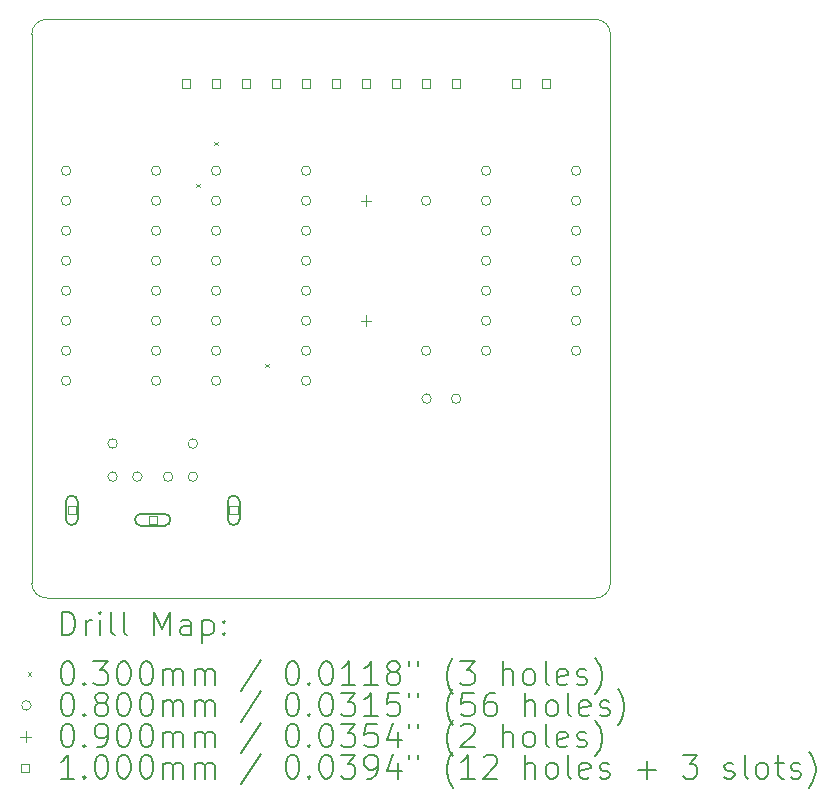
<source format=gbr>
%TF.GenerationSoftware,KiCad,Pcbnew,7.0.6*%
%TF.CreationDate,2023-07-08T15:34:52+08:00*%
%TF.ProjectId,KeyboardInterface,4b657962-6f61-4726-9449-6e7465726661,rev?*%
%TF.SameCoordinates,Original*%
%TF.FileFunction,Drillmap*%
%TF.FilePolarity,Positive*%
%FSLAX45Y45*%
G04 Gerber Fmt 4.5, Leading zero omitted, Abs format (unit mm)*
G04 Created by KiCad (PCBNEW 7.0.6) date 2023-07-08 15:34:52*
%MOMM*%
%LPD*%
G01*
G04 APERTURE LIST*
%ADD10C,0.100000*%
%ADD11C,0.200000*%
%ADD12C,0.030000*%
%ADD13C,0.080000*%
%ADD14C,0.090000*%
G04 APERTURE END LIST*
D10*
X7455803Y-9943197D02*
X12102197Y-9943197D01*
X12102197Y-9943197D02*
G75*
G03*
X12229197Y-9816197I3J126997D01*
G01*
X7328803Y-9816197D02*
G75*
G03*
X7455803Y-9943197I126997J-3D01*
G01*
X12229197Y-5169803D02*
G75*
G03*
X12102197Y-5042803I-126997J3D01*
G01*
X12102197Y-5042803D02*
X7455803Y-5042803D01*
X7455803Y-5042803D02*
G75*
G03*
X7328803Y-5169803I-3J-126997D01*
G01*
X12229197Y-9816197D02*
X12229197Y-5169803D01*
X7328803Y-5169803D02*
X7328803Y-9816197D01*
D11*
D12*
X8722600Y-6436600D02*
X8752600Y-6466600D01*
X8752600Y-6436600D02*
X8722600Y-6466600D01*
X8875000Y-6081000D02*
X8905000Y-6111000D01*
X8905000Y-6081000D02*
X8875000Y-6111000D01*
X9306800Y-7960600D02*
X9336800Y-7990600D01*
X9336800Y-7960600D02*
X9306800Y-7990600D01*
D13*
X7660000Y-6324600D02*
G75*
G03*
X7660000Y-6324600I-40000J0D01*
G01*
X7660000Y-6578600D02*
G75*
G03*
X7660000Y-6578600I-40000J0D01*
G01*
X7660000Y-6832600D02*
G75*
G03*
X7660000Y-6832600I-40000J0D01*
G01*
X7660000Y-7086600D02*
G75*
G03*
X7660000Y-7086600I-40000J0D01*
G01*
X7660000Y-7340600D02*
G75*
G03*
X7660000Y-7340600I-40000J0D01*
G01*
X7660000Y-7594600D02*
G75*
G03*
X7660000Y-7594600I-40000J0D01*
G01*
X7660000Y-7848600D02*
G75*
G03*
X7660000Y-7848600I-40000J0D01*
G01*
X7660000Y-8102600D02*
G75*
G03*
X7660000Y-8102600I-40000J0D01*
G01*
X8053600Y-8635400D02*
G75*
G03*
X8053600Y-8635400I-40000J0D01*
G01*
X8053600Y-8915400D02*
G75*
G03*
X8053600Y-8915400I-40000J0D01*
G01*
X8263600Y-8915400D02*
G75*
G03*
X8263600Y-8915400I-40000J0D01*
G01*
X8422000Y-6324600D02*
G75*
G03*
X8422000Y-6324600I-40000J0D01*
G01*
X8422000Y-6578600D02*
G75*
G03*
X8422000Y-6578600I-40000J0D01*
G01*
X8422000Y-6832600D02*
G75*
G03*
X8422000Y-6832600I-40000J0D01*
G01*
X8422000Y-7086600D02*
G75*
G03*
X8422000Y-7086600I-40000J0D01*
G01*
X8422000Y-7340600D02*
G75*
G03*
X8422000Y-7340600I-40000J0D01*
G01*
X8422000Y-7594600D02*
G75*
G03*
X8422000Y-7594600I-40000J0D01*
G01*
X8422000Y-7848600D02*
G75*
G03*
X8422000Y-7848600I-40000J0D01*
G01*
X8422000Y-8102600D02*
G75*
G03*
X8422000Y-8102600I-40000J0D01*
G01*
X8523600Y-8915400D02*
G75*
G03*
X8523600Y-8915400I-40000J0D01*
G01*
X8733600Y-8635400D02*
G75*
G03*
X8733600Y-8635400I-40000J0D01*
G01*
X8733600Y-8915400D02*
G75*
G03*
X8733600Y-8915400I-40000J0D01*
G01*
X8930000Y-6324600D02*
G75*
G03*
X8930000Y-6324600I-40000J0D01*
G01*
X8930000Y-6578600D02*
G75*
G03*
X8930000Y-6578600I-40000J0D01*
G01*
X8930000Y-6832600D02*
G75*
G03*
X8930000Y-6832600I-40000J0D01*
G01*
X8930000Y-7086600D02*
G75*
G03*
X8930000Y-7086600I-40000J0D01*
G01*
X8930000Y-7340600D02*
G75*
G03*
X8930000Y-7340600I-40000J0D01*
G01*
X8930000Y-7594600D02*
G75*
G03*
X8930000Y-7594600I-40000J0D01*
G01*
X8930000Y-7848600D02*
G75*
G03*
X8930000Y-7848600I-40000J0D01*
G01*
X8930000Y-8102600D02*
G75*
G03*
X8930000Y-8102600I-40000J0D01*
G01*
X9692000Y-6324600D02*
G75*
G03*
X9692000Y-6324600I-40000J0D01*
G01*
X9692000Y-6578600D02*
G75*
G03*
X9692000Y-6578600I-40000J0D01*
G01*
X9692000Y-6832600D02*
G75*
G03*
X9692000Y-6832600I-40000J0D01*
G01*
X9692000Y-7086600D02*
G75*
G03*
X9692000Y-7086600I-40000J0D01*
G01*
X9692000Y-7340600D02*
G75*
G03*
X9692000Y-7340600I-40000J0D01*
G01*
X9692000Y-7594600D02*
G75*
G03*
X9692000Y-7594600I-40000J0D01*
G01*
X9692000Y-7848600D02*
G75*
G03*
X9692000Y-7848600I-40000J0D01*
G01*
X9692000Y-8102600D02*
G75*
G03*
X9692000Y-8102600I-40000J0D01*
G01*
X10708000Y-6578600D02*
G75*
G03*
X10708000Y-6578600I-40000J0D01*
G01*
X10708000Y-7848600D02*
G75*
G03*
X10708000Y-7848600I-40000J0D01*
G01*
X10712000Y-8255000D02*
G75*
G03*
X10712000Y-8255000I-40000J0D01*
G01*
X10962000Y-8255000D02*
G75*
G03*
X10962000Y-8255000I-40000J0D01*
G01*
X11216000Y-6324600D02*
G75*
G03*
X11216000Y-6324600I-40000J0D01*
G01*
X11216000Y-6578600D02*
G75*
G03*
X11216000Y-6578600I-40000J0D01*
G01*
X11216000Y-6832600D02*
G75*
G03*
X11216000Y-6832600I-40000J0D01*
G01*
X11216000Y-7086600D02*
G75*
G03*
X11216000Y-7086600I-40000J0D01*
G01*
X11216000Y-7340600D02*
G75*
G03*
X11216000Y-7340600I-40000J0D01*
G01*
X11216000Y-7594600D02*
G75*
G03*
X11216000Y-7594600I-40000J0D01*
G01*
X11216000Y-7848600D02*
G75*
G03*
X11216000Y-7848600I-40000J0D01*
G01*
X11978000Y-6324600D02*
G75*
G03*
X11978000Y-6324600I-40000J0D01*
G01*
X11978000Y-6578600D02*
G75*
G03*
X11978000Y-6578600I-40000J0D01*
G01*
X11978000Y-6832600D02*
G75*
G03*
X11978000Y-6832600I-40000J0D01*
G01*
X11978000Y-7086600D02*
G75*
G03*
X11978000Y-7086600I-40000J0D01*
G01*
X11978000Y-7340600D02*
G75*
G03*
X11978000Y-7340600I-40000J0D01*
G01*
X11978000Y-7594600D02*
G75*
G03*
X11978000Y-7594600I-40000J0D01*
G01*
X11978000Y-7848600D02*
G75*
G03*
X11978000Y-7848600I-40000J0D01*
G01*
D14*
X10160000Y-6533600D02*
X10160000Y-6623600D01*
X10115000Y-6578600D02*
X10205000Y-6578600D01*
X10160000Y-7549600D02*
X10160000Y-7639600D01*
X10115000Y-7594600D02*
X10205000Y-7594600D01*
D10*
X7703956Y-9235756D02*
X7703956Y-9165044D01*
X7633244Y-9165044D01*
X7633244Y-9235756D01*
X7703956Y-9235756D01*
D11*
X7618600Y-9125400D02*
X7618600Y-9275400D01*
X7618600Y-9275400D02*
G75*
G03*
X7718600Y-9275400I50000J0D01*
G01*
X7718600Y-9275400D02*
X7718600Y-9125400D01*
X7718600Y-9125400D02*
G75*
G03*
X7618600Y-9125400I-50000J0D01*
G01*
D10*
X8388956Y-9315756D02*
X8388956Y-9245044D01*
X8318244Y-9245044D01*
X8318244Y-9315756D01*
X8388956Y-9315756D01*
D11*
X8253600Y-9330400D02*
X8453600Y-9330400D01*
X8453600Y-9330400D02*
G75*
G03*
X8453600Y-9230400I0J50000D01*
G01*
X8453600Y-9230400D02*
X8253600Y-9230400D01*
X8253600Y-9230400D02*
G75*
G03*
X8253600Y-9330400I0J-50000D01*
G01*
D10*
X8671356Y-5623356D02*
X8671356Y-5552644D01*
X8600644Y-5552644D01*
X8600644Y-5623356D01*
X8671356Y-5623356D01*
X8925356Y-5623356D02*
X8925356Y-5552644D01*
X8854644Y-5552644D01*
X8854644Y-5623356D01*
X8925356Y-5623356D01*
X9073956Y-9235756D02*
X9073956Y-9165044D01*
X9003244Y-9165044D01*
X9003244Y-9235756D01*
X9073956Y-9235756D01*
D11*
X8988600Y-9125400D02*
X8988600Y-9275400D01*
X8988600Y-9275400D02*
G75*
G03*
X9088600Y-9275400I50000J0D01*
G01*
X9088600Y-9275400D02*
X9088600Y-9125400D01*
X9088600Y-9125400D02*
G75*
G03*
X8988600Y-9125400I-50000J0D01*
G01*
D10*
X9179356Y-5623356D02*
X9179356Y-5552644D01*
X9108644Y-5552644D01*
X9108644Y-5623356D01*
X9179356Y-5623356D01*
X9433356Y-5623356D02*
X9433356Y-5552644D01*
X9362644Y-5552644D01*
X9362644Y-5623356D01*
X9433356Y-5623356D01*
X9687356Y-5623356D02*
X9687356Y-5552644D01*
X9616644Y-5552644D01*
X9616644Y-5623356D01*
X9687356Y-5623356D01*
X9941356Y-5623356D02*
X9941356Y-5552644D01*
X9870644Y-5552644D01*
X9870644Y-5623356D01*
X9941356Y-5623356D01*
X10195356Y-5623356D02*
X10195356Y-5552644D01*
X10124644Y-5552644D01*
X10124644Y-5623356D01*
X10195356Y-5623356D01*
X10449356Y-5623356D02*
X10449356Y-5552644D01*
X10378644Y-5552644D01*
X10378644Y-5623356D01*
X10449356Y-5623356D01*
X10703356Y-5623356D02*
X10703356Y-5552644D01*
X10632644Y-5552644D01*
X10632644Y-5623356D01*
X10703356Y-5623356D01*
X10957356Y-5623356D02*
X10957356Y-5552644D01*
X10886644Y-5552644D01*
X10886644Y-5623356D01*
X10957356Y-5623356D01*
X11465356Y-5623356D02*
X11465356Y-5552644D01*
X11394644Y-5552644D01*
X11394644Y-5623356D01*
X11465356Y-5623356D01*
X11719356Y-5623356D02*
X11719356Y-5552644D01*
X11648644Y-5552644D01*
X11648644Y-5623356D01*
X11719356Y-5623356D01*
D11*
X7584579Y-10259681D02*
X7584579Y-10059681D01*
X7584579Y-10059681D02*
X7632198Y-10059681D01*
X7632198Y-10059681D02*
X7660770Y-10069205D01*
X7660770Y-10069205D02*
X7679817Y-10088253D01*
X7679817Y-10088253D02*
X7689341Y-10107300D01*
X7689341Y-10107300D02*
X7698865Y-10145395D01*
X7698865Y-10145395D02*
X7698865Y-10173967D01*
X7698865Y-10173967D02*
X7689341Y-10212062D01*
X7689341Y-10212062D02*
X7679817Y-10231110D01*
X7679817Y-10231110D02*
X7660770Y-10250157D01*
X7660770Y-10250157D02*
X7632198Y-10259681D01*
X7632198Y-10259681D02*
X7584579Y-10259681D01*
X7784579Y-10259681D02*
X7784579Y-10126348D01*
X7784579Y-10164443D02*
X7794103Y-10145395D01*
X7794103Y-10145395D02*
X7803627Y-10135872D01*
X7803627Y-10135872D02*
X7822675Y-10126348D01*
X7822675Y-10126348D02*
X7841722Y-10126348D01*
X7908389Y-10259681D02*
X7908389Y-10126348D01*
X7908389Y-10059681D02*
X7898865Y-10069205D01*
X7898865Y-10069205D02*
X7908389Y-10078729D01*
X7908389Y-10078729D02*
X7917913Y-10069205D01*
X7917913Y-10069205D02*
X7908389Y-10059681D01*
X7908389Y-10059681D02*
X7908389Y-10078729D01*
X8032198Y-10259681D02*
X8013151Y-10250157D01*
X8013151Y-10250157D02*
X8003627Y-10231110D01*
X8003627Y-10231110D02*
X8003627Y-10059681D01*
X8136960Y-10259681D02*
X8117913Y-10250157D01*
X8117913Y-10250157D02*
X8108389Y-10231110D01*
X8108389Y-10231110D02*
X8108389Y-10059681D01*
X8365532Y-10259681D02*
X8365532Y-10059681D01*
X8365532Y-10059681D02*
X8432199Y-10202538D01*
X8432199Y-10202538D02*
X8498865Y-10059681D01*
X8498865Y-10059681D02*
X8498865Y-10259681D01*
X8679818Y-10259681D02*
X8679818Y-10154919D01*
X8679818Y-10154919D02*
X8670294Y-10135872D01*
X8670294Y-10135872D02*
X8651246Y-10126348D01*
X8651246Y-10126348D02*
X8613151Y-10126348D01*
X8613151Y-10126348D02*
X8594103Y-10135872D01*
X8679818Y-10250157D02*
X8660770Y-10259681D01*
X8660770Y-10259681D02*
X8613151Y-10259681D01*
X8613151Y-10259681D02*
X8594103Y-10250157D01*
X8594103Y-10250157D02*
X8584579Y-10231110D01*
X8584579Y-10231110D02*
X8584579Y-10212062D01*
X8584579Y-10212062D02*
X8594103Y-10193015D01*
X8594103Y-10193015D02*
X8613151Y-10183491D01*
X8613151Y-10183491D02*
X8660770Y-10183491D01*
X8660770Y-10183491D02*
X8679818Y-10173967D01*
X8775056Y-10126348D02*
X8775056Y-10326348D01*
X8775056Y-10135872D02*
X8794103Y-10126348D01*
X8794103Y-10126348D02*
X8832199Y-10126348D01*
X8832199Y-10126348D02*
X8851246Y-10135872D01*
X8851246Y-10135872D02*
X8860770Y-10145395D01*
X8860770Y-10145395D02*
X8870294Y-10164443D01*
X8870294Y-10164443D02*
X8870294Y-10221586D01*
X8870294Y-10221586D02*
X8860770Y-10240634D01*
X8860770Y-10240634D02*
X8851246Y-10250157D01*
X8851246Y-10250157D02*
X8832199Y-10259681D01*
X8832199Y-10259681D02*
X8794103Y-10259681D01*
X8794103Y-10259681D02*
X8775056Y-10250157D01*
X8956008Y-10240634D02*
X8965532Y-10250157D01*
X8965532Y-10250157D02*
X8956008Y-10259681D01*
X8956008Y-10259681D02*
X8946484Y-10250157D01*
X8946484Y-10250157D02*
X8956008Y-10240634D01*
X8956008Y-10240634D02*
X8956008Y-10259681D01*
X8956008Y-10135872D02*
X8965532Y-10145395D01*
X8965532Y-10145395D02*
X8956008Y-10154919D01*
X8956008Y-10154919D02*
X8946484Y-10145395D01*
X8946484Y-10145395D02*
X8956008Y-10135872D01*
X8956008Y-10135872D02*
X8956008Y-10154919D01*
D12*
X7293803Y-10573197D02*
X7323803Y-10603197D01*
X7323803Y-10573197D02*
X7293803Y-10603197D01*
D11*
X7622675Y-10479681D02*
X7641722Y-10479681D01*
X7641722Y-10479681D02*
X7660770Y-10489205D01*
X7660770Y-10489205D02*
X7670294Y-10498729D01*
X7670294Y-10498729D02*
X7679817Y-10517776D01*
X7679817Y-10517776D02*
X7689341Y-10555872D01*
X7689341Y-10555872D02*
X7689341Y-10603491D01*
X7689341Y-10603491D02*
X7679817Y-10641586D01*
X7679817Y-10641586D02*
X7670294Y-10660634D01*
X7670294Y-10660634D02*
X7660770Y-10670157D01*
X7660770Y-10670157D02*
X7641722Y-10679681D01*
X7641722Y-10679681D02*
X7622675Y-10679681D01*
X7622675Y-10679681D02*
X7603627Y-10670157D01*
X7603627Y-10670157D02*
X7594103Y-10660634D01*
X7594103Y-10660634D02*
X7584579Y-10641586D01*
X7584579Y-10641586D02*
X7575056Y-10603491D01*
X7575056Y-10603491D02*
X7575056Y-10555872D01*
X7575056Y-10555872D02*
X7584579Y-10517776D01*
X7584579Y-10517776D02*
X7594103Y-10498729D01*
X7594103Y-10498729D02*
X7603627Y-10489205D01*
X7603627Y-10489205D02*
X7622675Y-10479681D01*
X7775056Y-10660634D02*
X7784579Y-10670157D01*
X7784579Y-10670157D02*
X7775056Y-10679681D01*
X7775056Y-10679681D02*
X7765532Y-10670157D01*
X7765532Y-10670157D02*
X7775056Y-10660634D01*
X7775056Y-10660634D02*
X7775056Y-10679681D01*
X7851246Y-10479681D02*
X7975056Y-10479681D01*
X7975056Y-10479681D02*
X7908389Y-10555872D01*
X7908389Y-10555872D02*
X7936960Y-10555872D01*
X7936960Y-10555872D02*
X7956008Y-10565395D01*
X7956008Y-10565395D02*
X7965532Y-10574919D01*
X7965532Y-10574919D02*
X7975056Y-10593967D01*
X7975056Y-10593967D02*
X7975056Y-10641586D01*
X7975056Y-10641586D02*
X7965532Y-10660634D01*
X7965532Y-10660634D02*
X7956008Y-10670157D01*
X7956008Y-10670157D02*
X7936960Y-10679681D01*
X7936960Y-10679681D02*
X7879817Y-10679681D01*
X7879817Y-10679681D02*
X7860770Y-10670157D01*
X7860770Y-10670157D02*
X7851246Y-10660634D01*
X8098865Y-10479681D02*
X8117913Y-10479681D01*
X8117913Y-10479681D02*
X8136960Y-10489205D01*
X8136960Y-10489205D02*
X8146484Y-10498729D01*
X8146484Y-10498729D02*
X8156008Y-10517776D01*
X8156008Y-10517776D02*
X8165532Y-10555872D01*
X8165532Y-10555872D02*
X8165532Y-10603491D01*
X8165532Y-10603491D02*
X8156008Y-10641586D01*
X8156008Y-10641586D02*
X8146484Y-10660634D01*
X8146484Y-10660634D02*
X8136960Y-10670157D01*
X8136960Y-10670157D02*
X8117913Y-10679681D01*
X8117913Y-10679681D02*
X8098865Y-10679681D01*
X8098865Y-10679681D02*
X8079817Y-10670157D01*
X8079817Y-10670157D02*
X8070294Y-10660634D01*
X8070294Y-10660634D02*
X8060770Y-10641586D01*
X8060770Y-10641586D02*
X8051246Y-10603491D01*
X8051246Y-10603491D02*
X8051246Y-10555872D01*
X8051246Y-10555872D02*
X8060770Y-10517776D01*
X8060770Y-10517776D02*
X8070294Y-10498729D01*
X8070294Y-10498729D02*
X8079817Y-10489205D01*
X8079817Y-10489205D02*
X8098865Y-10479681D01*
X8289341Y-10479681D02*
X8308389Y-10479681D01*
X8308389Y-10479681D02*
X8327437Y-10489205D01*
X8327437Y-10489205D02*
X8336960Y-10498729D01*
X8336960Y-10498729D02*
X8346484Y-10517776D01*
X8346484Y-10517776D02*
X8356008Y-10555872D01*
X8356008Y-10555872D02*
X8356008Y-10603491D01*
X8356008Y-10603491D02*
X8346484Y-10641586D01*
X8346484Y-10641586D02*
X8336960Y-10660634D01*
X8336960Y-10660634D02*
X8327437Y-10670157D01*
X8327437Y-10670157D02*
X8308389Y-10679681D01*
X8308389Y-10679681D02*
X8289341Y-10679681D01*
X8289341Y-10679681D02*
X8270294Y-10670157D01*
X8270294Y-10670157D02*
X8260770Y-10660634D01*
X8260770Y-10660634D02*
X8251246Y-10641586D01*
X8251246Y-10641586D02*
X8241722Y-10603491D01*
X8241722Y-10603491D02*
X8241722Y-10555872D01*
X8241722Y-10555872D02*
X8251246Y-10517776D01*
X8251246Y-10517776D02*
X8260770Y-10498729D01*
X8260770Y-10498729D02*
X8270294Y-10489205D01*
X8270294Y-10489205D02*
X8289341Y-10479681D01*
X8441722Y-10679681D02*
X8441722Y-10546348D01*
X8441722Y-10565395D02*
X8451246Y-10555872D01*
X8451246Y-10555872D02*
X8470294Y-10546348D01*
X8470294Y-10546348D02*
X8498865Y-10546348D01*
X8498865Y-10546348D02*
X8517913Y-10555872D01*
X8517913Y-10555872D02*
X8527437Y-10574919D01*
X8527437Y-10574919D02*
X8527437Y-10679681D01*
X8527437Y-10574919D02*
X8536960Y-10555872D01*
X8536960Y-10555872D02*
X8556008Y-10546348D01*
X8556008Y-10546348D02*
X8584579Y-10546348D01*
X8584579Y-10546348D02*
X8603627Y-10555872D01*
X8603627Y-10555872D02*
X8613151Y-10574919D01*
X8613151Y-10574919D02*
X8613151Y-10679681D01*
X8708389Y-10679681D02*
X8708389Y-10546348D01*
X8708389Y-10565395D02*
X8717913Y-10555872D01*
X8717913Y-10555872D02*
X8736960Y-10546348D01*
X8736960Y-10546348D02*
X8765532Y-10546348D01*
X8765532Y-10546348D02*
X8784580Y-10555872D01*
X8784580Y-10555872D02*
X8794103Y-10574919D01*
X8794103Y-10574919D02*
X8794103Y-10679681D01*
X8794103Y-10574919D02*
X8803627Y-10555872D01*
X8803627Y-10555872D02*
X8822675Y-10546348D01*
X8822675Y-10546348D02*
X8851246Y-10546348D01*
X8851246Y-10546348D02*
X8870294Y-10555872D01*
X8870294Y-10555872D02*
X8879818Y-10574919D01*
X8879818Y-10574919D02*
X8879818Y-10679681D01*
X9270294Y-10470157D02*
X9098865Y-10727300D01*
X9527437Y-10479681D02*
X9546484Y-10479681D01*
X9546484Y-10479681D02*
X9565532Y-10489205D01*
X9565532Y-10489205D02*
X9575056Y-10498729D01*
X9575056Y-10498729D02*
X9584580Y-10517776D01*
X9584580Y-10517776D02*
X9594103Y-10555872D01*
X9594103Y-10555872D02*
X9594103Y-10603491D01*
X9594103Y-10603491D02*
X9584580Y-10641586D01*
X9584580Y-10641586D02*
X9575056Y-10660634D01*
X9575056Y-10660634D02*
X9565532Y-10670157D01*
X9565532Y-10670157D02*
X9546484Y-10679681D01*
X9546484Y-10679681D02*
X9527437Y-10679681D01*
X9527437Y-10679681D02*
X9508389Y-10670157D01*
X9508389Y-10670157D02*
X9498865Y-10660634D01*
X9498865Y-10660634D02*
X9489342Y-10641586D01*
X9489342Y-10641586D02*
X9479818Y-10603491D01*
X9479818Y-10603491D02*
X9479818Y-10555872D01*
X9479818Y-10555872D02*
X9489342Y-10517776D01*
X9489342Y-10517776D02*
X9498865Y-10498729D01*
X9498865Y-10498729D02*
X9508389Y-10489205D01*
X9508389Y-10489205D02*
X9527437Y-10479681D01*
X9679818Y-10660634D02*
X9689342Y-10670157D01*
X9689342Y-10670157D02*
X9679818Y-10679681D01*
X9679818Y-10679681D02*
X9670294Y-10670157D01*
X9670294Y-10670157D02*
X9679818Y-10660634D01*
X9679818Y-10660634D02*
X9679818Y-10679681D01*
X9813151Y-10479681D02*
X9832199Y-10479681D01*
X9832199Y-10479681D02*
X9851246Y-10489205D01*
X9851246Y-10489205D02*
X9860770Y-10498729D01*
X9860770Y-10498729D02*
X9870294Y-10517776D01*
X9870294Y-10517776D02*
X9879818Y-10555872D01*
X9879818Y-10555872D02*
X9879818Y-10603491D01*
X9879818Y-10603491D02*
X9870294Y-10641586D01*
X9870294Y-10641586D02*
X9860770Y-10660634D01*
X9860770Y-10660634D02*
X9851246Y-10670157D01*
X9851246Y-10670157D02*
X9832199Y-10679681D01*
X9832199Y-10679681D02*
X9813151Y-10679681D01*
X9813151Y-10679681D02*
X9794103Y-10670157D01*
X9794103Y-10670157D02*
X9784580Y-10660634D01*
X9784580Y-10660634D02*
X9775056Y-10641586D01*
X9775056Y-10641586D02*
X9765532Y-10603491D01*
X9765532Y-10603491D02*
X9765532Y-10555872D01*
X9765532Y-10555872D02*
X9775056Y-10517776D01*
X9775056Y-10517776D02*
X9784580Y-10498729D01*
X9784580Y-10498729D02*
X9794103Y-10489205D01*
X9794103Y-10489205D02*
X9813151Y-10479681D01*
X10070294Y-10679681D02*
X9956008Y-10679681D01*
X10013151Y-10679681D02*
X10013151Y-10479681D01*
X10013151Y-10479681D02*
X9994103Y-10508253D01*
X9994103Y-10508253D02*
X9975056Y-10527300D01*
X9975056Y-10527300D02*
X9956008Y-10536824D01*
X10260770Y-10679681D02*
X10146484Y-10679681D01*
X10203627Y-10679681D02*
X10203627Y-10479681D01*
X10203627Y-10479681D02*
X10184580Y-10508253D01*
X10184580Y-10508253D02*
X10165532Y-10527300D01*
X10165532Y-10527300D02*
X10146484Y-10536824D01*
X10375056Y-10565395D02*
X10356008Y-10555872D01*
X10356008Y-10555872D02*
X10346484Y-10546348D01*
X10346484Y-10546348D02*
X10336961Y-10527300D01*
X10336961Y-10527300D02*
X10336961Y-10517776D01*
X10336961Y-10517776D02*
X10346484Y-10498729D01*
X10346484Y-10498729D02*
X10356008Y-10489205D01*
X10356008Y-10489205D02*
X10375056Y-10479681D01*
X10375056Y-10479681D02*
X10413151Y-10479681D01*
X10413151Y-10479681D02*
X10432199Y-10489205D01*
X10432199Y-10489205D02*
X10441723Y-10498729D01*
X10441723Y-10498729D02*
X10451246Y-10517776D01*
X10451246Y-10517776D02*
X10451246Y-10527300D01*
X10451246Y-10527300D02*
X10441723Y-10546348D01*
X10441723Y-10546348D02*
X10432199Y-10555872D01*
X10432199Y-10555872D02*
X10413151Y-10565395D01*
X10413151Y-10565395D02*
X10375056Y-10565395D01*
X10375056Y-10565395D02*
X10356008Y-10574919D01*
X10356008Y-10574919D02*
X10346484Y-10584443D01*
X10346484Y-10584443D02*
X10336961Y-10603491D01*
X10336961Y-10603491D02*
X10336961Y-10641586D01*
X10336961Y-10641586D02*
X10346484Y-10660634D01*
X10346484Y-10660634D02*
X10356008Y-10670157D01*
X10356008Y-10670157D02*
X10375056Y-10679681D01*
X10375056Y-10679681D02*
X10413151Y-10679681D01*
X10413151Y-10679681D02*
X10432199Y-10670157D01*
X10432199Y-10670157D02*
X10441723Y-10660634D01*
X10441723Y-10660634D02*
X10451246Y-10641586D01*
X10451246Y-10641586D02*
X10451246Y-10603491D01*
X10451246Y-10603491D02*
X10441723Y-10584443D01*
X10441723Y-10584443D02*
X10432199Y-10574919D01*
X10432199Y-10574919D02*
X10413151Y-10565395D01*
X10527437Y-10479681D02*
X10527437Y-10517776D01*
X10603627Y-10479681D02*
X10603627Y-10517776D01*
X10898866Y-10755872D02*
X10889342Y-10746348D01*
X10889342Y-10746348D02*
X10870294Y-10717776D01*
X10870294Y-10717776D02*
X10860770Y-10698729D01*
X10860770Y-10698729D02*
X10851246Y-10670157D01*
X10851246Y-10670157D02*
X10841723Y-10622538D01*
X10841723Y-10622538D02*
X10841723Y-10584443D01*
X10841723Y-10584443D02*
X10851246Y-10536824D01*
X10851246Y-10536824D02*
X10860770Y-10508253D01*
X10860770Y-10508253D02*
X10870294Y-10489205D01*
X10870294Y-10489205D02*
X10889342Y-10460634D01*
X10889342Y-10460634D02*
X10898866Y-10451110D01*
X10956008Y-10479681D02*
X11079818Y-10479681D01*
X11079818Y-10479681D02*
X11013151Y-10555872D01*
X11013151Y-10555872D02*
X11041723Y-10555872D01*
X11041723Y-10555872D02*
X11060770Y-10565395D01*
X11060770Y-10565395D02*
X11070294Y-10574919D01*
X11070294Y-10574919D02*
X11079818Y-10593967D01*
X11079818Y-10593967D02*
X11079818Y-10641586D01*
X11079818Y-10641586D02*
X11070294Y-10660634D01*
X11070294Y-10660634D02*
X11060770Y-10670157D01*
X11060770Y-10670157D02*
X11041723Y-10679681D01*
X11041723Y-10679681D02*
X10984580Y-10679681D01*
X10984580Y-10679681D02*
X10965532Y-10670157D01*
X10965532Y-10670157D02*
X10956008Y-10660634D01*
X11317913Y-10679681D02*
X11317913Y-10479681D01*
X11403627Y-10679681D02*
X11403627Y-10574919D01*
X11403627Y-10574919D02*
X11394104Y-10555872D01*
X11394104Y-10555872D02*
X11375056Y-10546348D01*
X11375056Y-10546348D02*
X11346484Y-10546348D01*
X11346484Y-10546348D02*
X11327437Y-10555872D01*
X11327437Y-10555872D02*
X11317913Y-10565395D01*
X11527437Y-10679681D02*
X11508389Y-10670157D01*
X11508389Y-10670157D02*
X11498865Y-10660634D01*
X11498865Y-10660634D02*
X11489342Y-10641586D01*
X11489342Y-10641586D02*
X11489342Y-10584443D01*
X11489342Y-10584443D02*
X11498865Y-10565395D01*
X11498865Y-10565395D02*
X11508389Y-10555872D01*
X11508389Y-10555872D02*
X11527437Y-10546348D01*
X11527437Y-10546348D02*
X11556008Y-10546348D01*
X11556008Y-10546348D02*
X11575056Y-10555872D01*
X11575056Y-10555872D02*
X11584580Y-10565395D01*
X11584580Y-10565395D02*
X11594104Y-10584443D01*
X11594104Y-10584443D02*
X11594104Y-10641586D01*
X11594104Y-10641586D02*
X11584580Y-10660634D01*
X11584580Y-10660634D02*
X11575056Y-10670157D01*
X11575056Y-10670157D02*
X11556008Y-10679681D01*
X11556008Y-10679681D02*
X11527437Y-10679681D01*
X11708389Y-10679681D02*
X11689342Y-10670157D01*
X11689342Y-10670157D02*
X11679818Y-10651110D01*
X11679818Y-10651110D02*
X11679818Y-10479681D01*
X11860770Y-10670157D02*
X11841723Y-10679681D01*
X11841723Y-10679681D02*
X11803627Y-10679681D01*
X11803627Y-10679681D02*
X11784580Y-10670157D01*
X11784580Y-10670157D02*
X11775056Y-10651110D01*
X11775056Y-10651110D02*
X11775056Y-10574919D01*
X11775056Y-10574919D02*
X11784580Y-10555872D01*
X11784580Y-10555872D02*
X11803627Y-10546348D01*
X11803627Y-10546348D02*
X11841723Y-10546348D01*
X11841723Y-10546348D02*
X11860770Y-10555872D01*
X11860770Y-10555872D02*
X11870294Y-10574919D01*
X11870294Y-10574919D02*
X11870294Y-10593967D01*
X11870294Y-10593967D02*
X11775056Y-10613015D01*
X11946485Y-10670157D02*
X11965532Y-10679681D01*
X11965532Y-10679681D02*
X12003627Y-10679681D01*
X12003627Y-10679681D02*
X12022675Y-10670157D01*
X12022675Y-10670157D02*
X12032199Y-10651110D01*
X12032199Y-10651110D02*
X12032199Y-10641586D01*
X12032199Y-10641586D02*
X12022675Y-10622538D01*
X12022675Y-10622538D02*
X12003627Y-10613015D01*
X12003627Y-10613015D02*
X11975056Y-10613015D01*
X11975056Y-10613015D02*
X11956008Y-10603491D01*
X11956008Y-10603491D02*
X11946485Y-10584443D01*
X11946485Y-10584443D02*
X11946485Y-10574919D01*
X11946485Y-10574919D02*
X11956008Y-10555872D01*
X11956008Y-10555872D02*
X11975056Y-10546348D01*
X11975056Y-10546348D02*
X12003627Y-10546348D01*
X12003627Y-10546348D02*
X12022675Y-10555872D01*
X12098866Y-10755872D02*
X12108389Y-10746348D01*
X12108389Y-10746348D02*
X12127437Y-10717776D01*
X12127437Y-10717776D02*
X12136961Y-10698729D01*
X12136961Y-10698729D02*
X12146485Y-10670157D01*
X12146485Y-10670157D02*
X12156008Y-10622538D01*
X12156008Y-10622538D02*
X12156008Y-10584443D01*
X12156008Y-10584443D02*
X12146485Y-10536824D01*
X12146485Y-10536824D02*
X12136961Y-10508253D01*
X12136961Y-10508253D02*
X12127437Y-10489205D01*
X12127437Y-10489205D02*
X12108389Y-10460634D01*
X12108389Y-10460634D02*
X12098866Y-10451110D01*
D13*
X7323803Y-10852197D02*
G75*
G03*
X7323803Y-10852197I-40000J0D01*
G01*
D11*
X7622675Y-10743681D02*
X7641722Y-10743681D01*
X7641722Y-10743681D02*
X7660770Y-10753205D01*
X7660770Y-10753205D02*
X7670294Y-10762729D01*
X7670294Y-10762729D02*
X7679817Y-10781776D01*
X7679817Y-10781776D02*
X7689341Y-10819872D01*
X7689341Y-10819872D02*
X7689341Y-10867491D01*
X7689341Y-10867491D02*
X7679817Y-10905586D01*
X7679817Y-10905586D02*
X7670294Y-10924634D01*
X7670294Y-10924634D02*
X7660770Y-10934157D01*
X7660770Y-10934157D02*
X7641722Y-10943681D01*
X7641722Y-10943681D02*
X7622675Y-10943681D01*
X7622675Y-10943681D02*
X7603627Y-10934157D01*
X7603627Y-10934157D02*
X7594103Y-10924634D01*
X7594103Y-10924634D02*
X7584579Y-10905586D01*
X7584579Y-10905586D02*
X7575056Y-10867491D01*
X7575056Y-10867491D02*
X7575056Y-10819872D01*
X7575056Y-10819872D02*
X7584579Y-10781776D01*
X7584579Y-10781776D02*
X7594103Y-10762729D01*
X7594103Y-10762729D02*
X7603627Y-10753205D01*
X7603627Y-10753205D02*
X7622675Y-10743681D01*
X7775056Y-10924634D02*
X7784579Y-10934157D01*
X7784579Y-10934157D02*
X7775056Y-10943681D01*
X7775056Y-10943681D02*
X7765532Y-10934157D01*
X7765532Y-10934157D02*
X7775056Y-10924634D01*
X7775056Y-10924634D02*
X7775056Y-10943681D01*
X7898865Y-10829395D02*
X7879817Y-10819872D01*
X7879817Y-10819872D02*
X7870294Y-10810348D01*
X7870294Y-10810348D02*
X7860770Y-10791300D01*
X7860770Y-10791300D02*
X7860770Y-10781776D01*
X7860770Y-10781776D02*
X7870294Y-10762729D01*
X7870294Y-10762729D02*
X7879817Y-10753205D01*
X7879817Y-10753205D02*
X7898865Y-10743681D01*
X7898865Y-10743681D02*
X7936960Y-10743681D01*
X7936960Y-10743681D02*
X7956008Y-10753205D01*
X7956008Y-10753205D02*
X7965532Y-10762729D01*
X7965532Y-10762729D02*
X7975056Y-10781776D01*
X7975056Y-10781776D02*
X7975056Y-10791300D01*
X7975056Y-10791300D02*
X7965532Y-10810348D01*
X7965532Y-10810348D02*
X7956008Y-10819872D01*
X7956008Y-10819872D02*
X7936960Y-10829395D01*
X7936960Y-10829395D02*
X7898865Y-10829395D01*
X7898865Y-10829395D02*
X7879817Y-10838919D01*
X7879817Y-10838919D02*
X7870294Y-10848443D01*
X7870294Y-10848443D02*
X7860770Y-10867491D01*
X7860770Y-10867491D02*
X7860770Y-10905586D01*
X7860770Y-10905586D02*
X7870294Y-10924634D01*
X7870294Y-10924634D02*
X7879817Y-10934157D01*
X7879817Y-10934157D02*
X7898865Y-10943681D01*
X7898865Y-10943681D02*
X7936960Y-10943681D01*
X7936960Y-10943681D02*
X7956008Y-10934157D01*
X7956008Y-10934157D02*
X7965532Y-10924634D01*
X7965532Y-10924634D02*
X7975056Y-10905586D01*
X7975056Y-10905586D02*
X7975056Y-10867491D01*
X7975056Y-10867491D02*
X7965532Y-10848443D01*
X7965532Y-10848443D02*
X7956008Y-10838919D01*
X7956008Y-10838919D02*
X7936960Y-10829395D01*
X8098865Y-10743681D02*
X8117913Y-10743681D01*
X8117913Y-10743681D02*
X8136960Y-10753205D01*
X8136960Y-10753205D02*
X8146484Y-10762729D01*
X8146484Y-10762729D02*
X8156008Y-10781776D01*
X8156008Y-10781776D02*
X8165532Y-10819872D01*
X8165532Y-10819872D02*
X8165532Y-10867491D01*
X8165532Y-10867491D02*
X8156008Y-10905586D01*
X8156008Y-10905586D02*
X8146484Y-10924634D01*
X8146484Y-10924634D02*
X8136960Y-10934157D01*
X8136960Y-10934157D02*
X8117913Y-10943681D01*
X8117913Y-10943681D02*
X8098865Y-10943681D01*
X8098865Y-10943681D02*
X8079817Y-10934157D01*
X8079817Y-10934157D02*
X8070294Y-10924634D01*
X8070294Y-10924634D02*
X8060770Y-10905586D01*
X8060770Y-10905586D02*
X8051246Y-10867491D01*
X8051246Y-10867491D02*
X8051246Y-10819872D01*
X8051246Y-10819872D02*
X8060770Y-10781776D01*
X8060770Y-10781776D02*
X8070294Y-10762729D01*
X8070294Y-10762729D02*
X8079817Y-10753205D01*
X8079817Y-10753205D02*
X8098865Y-10743681D01*
X8289341Y-10743681D02*
X8308389Y-10743681D01*
X8308389Y-10743681D02*
X8327437Y-10753205D01*
X8327437Y-10753205D02*
X8336960Y-10762729D01*
X8336960Y-10762729D02*
X8346484Y-10781776D01*
X8346484Y-10781776D02*
X8356008Y-10819872D01*
X8356008Y-10819872D02*
X8356008Y-10867491D01*
X8356008Y-10867491D02*
X8346484Y-10905586D01*
X8346484Y-10905586D02*
X8336960Y-10924634D01*
X8336960Y-10924634D02*
X8327437Y-10934157D01*
X8327437Y-10934157D02*
X8308389Y-10943681D01*
X8308389Y-10943681D02*
X8289341Y-10943681D01*
X8289341Y-10943681D02*
X8270294Y-10934157D01*
X8270294Y-10934157D02*
X8260770Y-10924634D01*
X8260770Y-10924634D02*
X8251246Y-10905586D01*
X8251246Y-10905586D02*
X8241722Y-10867491D01*
X8241722Y-10867491D02*
X8241722Y-10819872D01*
X8241722Y-10819872D02*
X8251246Y-10781776D01*
X8251246Y-10781776D02*
X8260770Y-10762729D01*
X8260770Y-10762729D02*
X8270294Y-10753205D01*
X8270294Y-10753205D02*
X8289341Y-10743681D01*
X8441722Y-10943681D02*
X8441722Y-10810348D01*
X8441722Y-10829395D02*
X8451246Y-10819872D01*
X8451246Y-10819872D02*
X8470294Y-10810348D01*
X8470294Y-10810348D02*
X8498865Y-10810348D01*
X8498865Y-10810348D02*
X8517913Y-10819872D01*
X8517913Y-10819872D02*
X8527437Y-10838919D01*
X8527437Y-10838919D02*
X8527437Y-10943681D01*
X8527437Y-10838919D02*
X8536960Y-10819872D01*
X8536960Y-10819872D02*
X8556008Y-10810348D01*
X8556008Y-10810348D02*
X8584579Y-10810348D01*
X8584579Y-10810348D02*
X8603627Y-10819872D01*
X8603627Y-10819872D02*
X8613151Y-10838919D01*
X8613151Y-10838919D02*
X8613151Y-10943681D01*
X8708389Y-10943681D02*
X8708389Y-10810348D01*
X8708389Y-10829395D02*
X8717913Y-10819872D01*
X8717913Y-10819872D02*
X8736960Y-10810348D01*
X8736960Y-10810348D02*
X8765532Y-10810348D01*
X8765532Y-10810348D02*
X8784580Y-10819872D01*
X8784580Y-10819872D02*
X8794103Y-10838919D01*
X8794103Y-10838919D02*
X8794103Y-10943681D01*
X8794103Y-10838919D02*
X8803627Y-10819872D01*
X8803627Y-10819872D02*
X8822675Y-10810348D01*
X8822675Y-10810348D02*
X8851246Y-10810348D01*
X8851246Y-10810348D02*
X8870294Y-10819872D01*
X8870294Y-10819872D02*
X8879818Y-10838919D01*
X8879818Y-10838919D02*
X8879818Y-10943681D01*
X9270294Y-10734157D02*
X9098865Y-10991300D01*
X9527437Y-10743681D02*
X9546484Y-10743681D01*
X9546484Y-10743681D02*
X9565532Y-10753205D01*
X9565532Y-10753205D02*
X9575056Y-10762729D01*
X9575056Y-10762729D02*
X9584580Y-10781776D01*
X9584580Y-10781776D02*
X9594103Y-10819872D01*
X9594103Y-10819872D02*
X9594103Y-10867491D01*
X9594103Y-10867491D02*
X9584580Y-10905586D01*
X9584580Y-10905586D02*
X9575056Y-10924634D01*
X9575056Y-10924634D02*
X9565532Y-10934157D01*
X9565532Y-10934157D02*
X9546484Y-10943681D01*
X9546484Y-10943681D02*
X9527437Y-10943681D01*
X9527437Y-10943681D02*
X9508389Y-10934157D01*
X9508389Y-10934157D02*
X9498865Y-10924634D01*
X9498865Y-10924634D02*
X9489342Y-10905586D01*
X9489342Y-10905586D02*
X9479818Y-10867491D01*
X9479818Y-10867491D02*
X9479818Y-10819872D01*
X9479818Y-10819872D02*
X9489342Y-10781776D01*
X9489342Y-10781776D02*
X9498865Y-10762729D01*
X9498865Y-10762729D02*
X9508389Y-10753205D01*
X9508389Y-10753205D02*
X9527437Y-10743681D01*
X9679818Y-10924634D02*
X9689342Y-10934157D01*
X9689342Y-10934157D02*
X9679818Y-10943681D01*
X9679818Y-10943681D02*
X9670294Y-10934157D01*
X9670294Y-10934157D02*
X9679818Y-10924634D01*
X9679818Y-10924634D02*
X9679818Y-10943681D01*
X9813151Y-10743681D02*
X9832199Y-10743681D01*
X9832199Y-10743681D02*
X9851246Y-10753205D01*
X9851246Y-10753205D02*
X9860770Y-10762729D01*
X9860770Y-10762729D02*
X9870294Y-10781776D01*
X9870294Y-10781776D02*
X9879818Y-10819872D01*
X9879818Y-10819872D02*
X9879818Y-10867491D01*
X9879818Y-10867491D02*
X9870294Y-10905586D01*
X9870294Y-10905586D02*
X9860770Y-10924634D01*
X9860770Y-10924634D02*
X9851246Y-10934157D01*
X9851246Y-10934157D02*
X9832199Y-10943681D01*
X9832199Y-10943681D02*
X9813151Y-10943681D01*
X9813151Y-10943681D02*
X9794103Y-10934157D01*
X9794103Y-10934157D02*
X9784580Y-10924634D01*
X9784580Y-10924634D02*
X9775056Y-10905586D01*
X9775056Y-10905586D02*
X9765532Y-10867491D01*
X9765532Y-10867491D02*
X9765532Y-10819872D01*
X9765532Y-10819872D02*
X9775056Y-10781776D01*
X9775056Y-10781776D02*
X9784580Y-10762729D01*
X9784580Y-10762729D02*
X9794103Y-10753205D01*
X9794103Y-10753205D02*
X9813151Y-10743681D01*
X9946484Y-10743681D02*
X10070294Y-10743681D01*
X10070294Y-10743681D02*
X10003627Y-10819872D01*
X10003627Y-10819872D02*
X10032199Y-10819872D01*
X10032199Y-10819872D02*
X10051246Y-10829395D01*
X10051246Y-10829395D02*
X10060770Y-10838919D01*
X10060770Y-10838919D02*
X10070294Y-10857967D01*
X10070294Y-10857967D02*
X10070294Y-10905586D01*
X10070294Y-10905586D02*
X10060770Y-10924634D01*
X10060770Y-10924634D02*
X10051246Y-10934157D01*
X10051246Y-10934157D02*
X10032199Y-10943681D01*
X10032199Y-10943681D02*
X9975056Y-10943681D01*
X9975056Y-10943681D02*
X9956008Y-10934157D01*
X9956008Y-10934157D02*
X9946484Y-10924634D01*
X10260770Y-10943681D02*
X10146484Y-10943681D01*
X10203627Y-10943681D02*
X10203627Y-10743681D01*
X10203627Y-10743681D02*
X10184580Y-10772253D01*
X10184580Y-10772253D02*
X10165532Y-10791300D01*
X10165532Y-10791300D02*
X10146484Y-10800824D01*
X10441723Y-10743681D02*
X10346484Y-10743681D01*
X10346484Y-10743681D02*
X10336961Y-10838919D01*
X10336961Y-10838919D02*
X10346484Y-10829395D01*
X10346484Y-10829395D02*
X10365532Y-10819872D01*
X10365532Y-10819872D02*
X10413151Y-10819872D01*
X10413151Y-10819872D02*
X10432199Y-10829395D01*
X10432199Y-10829395D02*
X10441723Y-10838919D01*
X10441723Y-10838919D02*
X10451246Y-10857967D01*
X10451246Y-10857967D02*
X10451246Y-10905586D01*
X10451246Y-10905586D02*
X10441723Y-10924634D01*
X10441723Y-10924634D02*
X10432199Y-10934157D01*
X10432199Y-10934157D02*
X10413151Y-10943681D01*
X10413151Y-10943681D02*
X10365532Y-10943681D01*
X10365532Y-10943681D02*
X10346484Y-10934157D01*
X10346484Y-10934157D02*
X10336961Y-10924634D01*
X10527437Y-10743681D02*
X10527437Y-10781776D01*
X10603627Y-10743681D02*
X10603627Y-10781776D01*
X10898866Y-11019872D02*
X10889342Y-11010348D01*
X10889342Y-11010348D02*
X10870294Y-10981776D01*
X10870294Y-10981776D02*
X10860770Y-10962729D01*
X10860770Y-10962729D02*
X10851246Y-10934157D01*
X10851246Y-10934157D02*
X10841723Y-10886538D01*
X10841723Y-10886538D02*
X10841723Y-10848443D01*
X10841723Y-10848443D02*
X10851246Y-10800824D01*
X10851246Y-10800824D02*
X10860770Y-10772253D01*
X10860770Y-10772253D02*
X10870294Y-10753205D01*
X10870294Y-10753205D02*
X10889342Y-10724634D01*
X10889342Y-10724634D02*
X10898866Y-10715110D01*
X11070294Y-10743681D02*
X10975056Y-10743681D01*
X10975056Y-10743681D02*
X10965532Y-10838919D01*
X10965532Y-10838919D02*
X10975056Y-10829395D01*
X10975056Y-10829395D02*
X10994104Y-10819872D01*
X10994104Y-10819872D02*
X11041723Y-10819872D01*
X11041723Y-10819872D02*
X11060770Y-10829395D01*
X11060770Y-10829395D02*
X11070294Y-10838919D01*
X11070294Y-10838919D02*
X11079818Y-10857967D01*
X11079818Y-10857967D02*
X11079818Y-10905586D01*
X11079818Y-10905586D02*
X11070294Y-10924634D01*
X11070294Y-10924634D02*
X11060770Y-10934157D01*
X11060770Y-10934157D02*
X11041723Y-10943681D01*
X11041723Y-10943681D02*
X10994104Y-10943681D01*
X10994104Y-10943681D02*
X10975056Y-10934157D01*
X10975056Y-10934157D02*
X10965532Y-10924634D01*
X11251246Y-10743681D02*
X11213151Y-10743681D01*
X11213151Y-10743681D02*
X11194103Y-10753205D01*
X11194103Y-10753205D02*
X11184580Y-10762729D01*
X11184580Y-10762729D02*
X11165532Y-10791300D01*
X11165532Y-10791300D02*
X11156008Y-10829395D01*
X11156008Y-10829395D02*
X11156008Y-10905586D01*
X11156008Y-10905586D02*
X11165532Y-10924634D01*
X11165532Y-10924634D02*
X11175056Y-10934157D01*
X11175056Y-10934157D02*
X11194103Y-10943681D01*
X11194103Y-10943681D02*
X11232199Y-10943681D01*
X11232199Y-10943681D02*
X11251246Y-10934157D01*
X11251246Y-10934157D02*
X11260770Y-10924634D01*
X11260770Y-10924634D02*
X11270294Y-10905586D01*
X11270294Y-10905586D02*
X11270294Y-10857967D01*
X11270294Y-10857967D02*
X11260770Y-10838919D01*
X11260770Y-10838919D02*
X11251246Y-10829395D01*
X11251246Y-10829395D02*
X11232199Y-10819872D01*
X11232199Y-10819872D02*
X11194103Y-10819872D01*
X11194103Y-10819872D02*
X11175056Y-10829395D01*
X11175056Y-10829395D02*
X11165532Y-10838919D01*
X11165532Y-10838919D02*
X11156008Y-10857967D01*
X11508389Y-10943681D02*
X11508389Y-10743681D01*
X11594104Y-10943681D02*
X11594104Y-10838919D01*
X11594104Y-10838919D02*
X11584580Y-10819872D01*
X11584580Y-10819872D02*
X11565532Y-10810348D01*
X11565532Y-10810348D02*
X11536961Y-10810348D01*
X11536961Y-10810348D02*
X11517913Y-10819872D01*
X11517913Y-10819872D02*
X11508389Y-10829395D01*
X11717913Y-10943681D02*
X11698865Y-10934157D01*
X11698865Y-10934157D02*
X11689342Y-10924634D01*
X11689342Y-10924634D02*
X11679818Y-10905586D01*
X11679818Y-10905586D02*
X11679818Y-10848443D01*
X11679818Y-10848443D02*
X11689342Y-10829395D01*
X11689342Y-10829395D02*
X11698865Y-10819872D01*
X11698865Y-10819872D02*
X11717913Y-10810348D01*
X11717913Y-10810348D02*
X11746485Y-10810348D01*
X11746485Y-10810348D02*
X11765532Y-10819872D01*
X11765532Y-10819872D02*
X11775056Y-10829395D01*
X11775056Y-10829395D02*
X11784580Y-10848443D01*
X11784580Y-10848443D02*
X11784580Y-10905586D01*
X11784580Y-10905586D02*
X11775056Y-10924634D01*
X11775056Y-10924634D02*
X11765532Y-10934157D01*
X11765532Y-10934157D02*
X11746485Y-10943681D01*
X11746485Y-10943681D02*
X11717913Y-10943681D01*
X11898865Y-10943681D02*
X11879818Y-10934157D01*
X11879818Y-10934157D02*
X11870294Y-10915110D01*
X11870294Y-10915110D02*
X11870294Y-10743681D01*
X12051246Y-10934157D02*
X12032199Y-10943681D01*
X12032199Y-10943681D02*
X11994104Y-10943681D01*
X11994104Y-10943681D02*
X11975056Y-10934157D01*
X11975056Y-10934157D02*
X11965532Y-10915110D01*
X11965532Y-10915110D02*
X11965532Y-10838919D01*
X11965532Y-10838919D02*
X11975056Y-10819872D01*
X11975056Y-10819872D02*
X11994104Y-10810348D01*
X11994104Y-10810348D02*
X12032199Y-10810348D01*
X12032199Y-10810348D02*
X12051246Y-10819872D01*
X12051246Y-10819872D02*
X12060770Y-10838919D01*
X12060770Y-10838919D02*
X12060770Y-10857967D01*
X12060770Y-10857967D02*
X11965532Y-10877015D01*
X12136961Y-10934157D02*
X12156008Y-10943681D01*
X12156008Y-10943681D02*
X12194104Y-10943681D01*
X12194104Y-10943681D02*
X12213151Y-10934157D01*
X12213151Y-10934157D02*
X12222675Y-10915110D01*
X12222675Y-10915110D02*
X12222675Y-10905586D01*
X12222675Y-10905586D02*
X12213151Y-10886538D01*
X12213151Y-10886538D02*
X12194104Y-10877015D01*
X12194104Y-10877015D02*
X12165532Y-10877015D01*
X12165532Y-10877015D02*
X12146485Y-10867491D01*
X12146485Y-10867491D02*
X12136961Y-10848443D01*
X12136961Y-10848443D02*
X12136961Y-10838919D01*
X12136961Y-10838919D02*
X12146485Y-10819872D01*
X12146485Y-10819872D02*
X12165532Y-10810348D01*
X12165532Y-10810348D02*
X12194104Y-10810348D01*
X12194104Y-10810348D02*
X12213151Y-10819872D01*
X12289342Y-11019872D02*
X12298866Y-11010348D01*
X12298866Y-11010348D02*
X12317913Y-10981776D01*
X12317913Y-10981776D02*
X12327437Y-10962729D01*
X12327437Y-10962729D02*
X12336961Y-10934157D01*
X12336961Y-10934157D02*
X12346485Y-10886538D01*
X12346485Y-10886538D02*
X12346485Y-10848443D01*
X12346485Y-10848443D02*
X12336961Y-10800824D01*
X12336961Y-10800824D02*
X12327437Y-10772253D01*
X12327437Y-10772253D02*
X12317913Y-10753205D01*
X12317913Y-10753205D02*
X12298866Y-10724634D01*
X12298866Y-10724634D02*
X12289342Y-10715110D01*
D14*
X7278803Y-11071197D02*
X7278803Y-11161197D01*
X7233803Y-11116197D02*
X7323803Y-11116197D01*
D11*
X7622675Y-11007681D02*
X7641722Y-11007681D01*
X7641722Y-11007681D02*
X7660770Y-11017205D01*
X7660770Y-11017205D02*
X7670294Y-11026729D01*
X7670294Y-11026729D02*
X7679817Y-11045776D01*
X7679817Y-11045776D02*
X7689341Y-11083872D01*
X7689341Y-11083872D02*
X7689341Y-11131491D01*
X7689341Y-11131491D02*
X7679817Y-11169586D01*
X7679817Y-11169586D02*
X7670294Y-11188633D01*
X7670294Y-11188633D02*
X7660770Y-11198157D01*
X7660770Y-11198157D02*
X7641722Y-11207681D01*
X7641722Y-11207681D02*
X7622675Y-11207681D01*
X7622675Y-11207681D02*
X7603627Y-11198157D01*
X7603627Y-11198157D02*
X7594103Y-11188633D01*
X7594103Y-11188633D02*
X7584579Y-11169586D01*
X7584579Y-11169586D02*
X7575056Y-11131491D01*
X7575056Y-11131491D02*
X7575056Y-11083872D01*
X7575056Y-11083872D02*
X7584579Y-11045776D01*
X7584579Y-11045776D02*
X7594103Y-11026729D01*
X7594103Y-11026729D02*
X7603627Y-11017205D01*
X7603627Y-11017205D02*
X7622675Y-11007681D01*
X7775056Y-11188633D02*
X7784579Y-11198157D01*
X7784579Y-11198157D02*
X7775056Y-11207681D01*
X7775056Y-11207681D02*
X7765532Y-11198157D01*
X7765532Y-11198157D02*
X7775056Y-11188633D01*
X7775056Y-11188633D02*
X7775056Y-11207681D01*
X7879817Y-11207681D02*
X7917913Y-11207681D01*
X7917913Y-11207681D02*
X7936960Y-11198157D01*
X7936960Y-11198157D02*
X7946484Y-11188633D01*
X7946484Y-11188633D02*
X7965532Y-11160062D01*
X7965532Y-11160062D02*
X7975056Y-11121967D01*
X7975056Y-11121967D02*
X7975056Y-11045776D01*
X7975056Y-11045776D02*
X7965532Y-11026729D01*
X7965532Y-11026729D02*
X7956008Y-11017205D01*
X7956008Y-11017205D02*
X7936960Y-11007681D01*
X7936960Y-11007681D02*
X7898865Y-11007681D01*
X7898865Y-11007681D02*
X7879817Y-11017205D01*
X7879817Y-11017205D02*
X7870294Y-11026729D01*
X7870294Y-11026729D02*
X7860770Y-11045776D01*
X7860770Y-11045776D02*
X7860770Y-11093395D01*
X7860770Y-11093395D02*
X7870294Y-11112443D01*
X7870294Y-11112443D02*
X7879817Y-11121967D01*
X7879817Y-11121967D02*
X7898865Y-11131491D01*
X7898865Y-11131491D02*
X7936960Y-11131491D01*
X7936960Y-11131491D02*
X7956008Y-11121967D01*
X7956008Y-11121967D02*
X7965532Y-11112443D01*
X7965532Y-11112443D02*
X7975056Y-11093395D01*
X8098865Y-11007681D02*
X8117913Y-11007681D01*
X8117913Y-11007681D02*
X8136960Y-11017205D01*
X8136960Y-11017205D02*
X8146484Y-11026729D01*
X8146484Y-11026729D02*
X8156008Y-11045776D01*
X8156008Y-11045776D02*
X8165532Y-11083872D01*
X8165532Y-11083872D02*
X8165532Y-11131491D01*
X8165532Y-11131491D02*
X8156008Y-11169586D01*
X8156008Y-11169586D02*
X8146484Y-11188633D01*
X8146484Y-11188633D02*
X8136960Y-11198157D01*
X8136960Y-11198157D02*
X8117913Y-11207681D01*
X8117913Y-11207681D02*
X8098865Y-11207681D01*
X8098865Y-11207681D02*
X8079817Y-11198157D01*
X8079817Y-11198157D02*
X8070294Y-11188633D01*
X8070294Y-11188633D02*
X8060770Y-11169586D01*
X8060770Y-11169586D02*
X8051246Y-11131491D01*
X8051246Y-11131491D02*
X8051246Y-11083872D01*
X8051246Y-11083872D02*
X8060770Y-11045776D01*
X8060770Y-11045776D02*
X8070294Y-11026729D01*
X8070294Y-11026729D02*
X8079817Y-11017205D01*
X8079817Y-11017205D02*
X8098865Y-11007681D01*
X8289341Y-11007681D02*
X8308389Y-11007681D01*
X8308389Y-11007681D02*
X8327437Y-11017205D01*
X8327437Y-11017205D02*
X8336960Y-11026729D01*
X8336960Y-11026729D02*
X8346484Y-11045776D01*
X8346484Y-11045776D02*
X8356008Y-11083872D01*
X8356008Y-11083872D02*
X8356008Y-11131491D01*
X8356008Y-11131491D02*
X8346484Y-11169586D01*
X8346484Y-11169586D02*
X8336960Y-11188633D01*
X8336960Y-11188633D02*
X8327437Y-11198157D01*
X8327437Y-11198157D02*
X8308389Y-11207681D01*
X8308389Y-11207681D02*
X8289341Y-11207681D01*
X8289341Y-11207681D02*
X8270294Y-11198157D01*
X8270294Y-11198157D02*
X8260770Y-11188633D01*
X8260770Y-11188633D02*
X8251246Y-11169586D01*
X8251246Y-11169586D02*
X8241722Y-11131491D01*
X8241722Y-11131491D02*
X8241722Y-11083872D01*
X8241722Y-11083872D02*
X8251246Y-11045776D01*
X8251246Y-11045776D02*
X8260770Y-11026729D01*
X8260770Y-11026729D02*
X8270294Y-11017205D01*
X8270294Y-11017205D02*
X8289341Y-11007681D01*
X8441722Y-11207681D02*
X8441722Y-11074348D01*
X8441722Y-11093395D02*
X8451246Y-11083872D01*
X8451246Y-11083872D02*
X8470294Y-11074348D01*
X8470294Y-11074348D02*
X8498865Y-11074348D01*
X8498865Y-11074348D02*
X8517913Y-11083872D01*
X8517913Y-11083872D02*
X8527437Y-11102919D01*
X8527437Y-11102919D02*
X8527437Y-11207681D01*
X8527437Y-11102919D02*
X8536960Y-11083872D01*
X8536960Y-11083872D02*
X8556008Y-11074348D01*
X8556008Y-11074348D02*
X8584579Y-11074348D01*
X8584579Y-11074348D02*
X8603627Y-11083872D01*
X8603627Y-11083872D02*
X8613151Y-11102919D01*
X8613151Y-11102919D02*
X8613151Y-11207681D01*
X8708389Y-11207681D02*
X8708389Y-11074348D01*
X8708389Y-11093395D02*
X8717913Y-11083872D01*
X8717913Y-11083872D02*
X8736960Y-11074348D01*
X8736960Y-11074348D02*
X8765532Y-11074348D01*
X8765532Y-11074348D02*
X8784580Y-11083872D01*
X8784580Y-11083872D02*
X8794103Y-11102919D01*
X8794103Y-11102919D02*
X8794103Y-11207681D01*
X8794103Y-11102919D02*
X8803627Y-11083872D01*
X8803627Y-11083872D02*
X8822675Y-11074348D01*
X8822675Y-11074348D02*
X8851246Y-11074348D01*
X8851246Y-11074348D02*
X8870294Y-11083872D01*
X8870294Y-11083872D02*
X8879818Y-11102919D01*
X8879818Y-11102919D02*
X8879818Y-11207681D01*
X9270294Y-10998157D02*
X9098865Y-11255300D01*
X9527437Y-11007681D02*
X9546484Y-11007681D01*
X9546484Y-11007681D02*
X9565532Y-11017205D01*
X9565532Y-11017205D02*
X9575056Y-11026729D01*
X9575056Y-11026729D02*
X9584580Y-11045776D01*
X9584580Y-11045776D02*
X9594103Y-11083872D01*
X9594103Y-11083872D02*
X9594103Y-11131491D01*
X9594103Y-11131491D02*
X9584580Y-11169586D01*
X9584580Y-11169586D02*
X9575056Y-11188633D01*
X9575056Y-11188633D02*
X9565532Y-11198157D01*
X9565532Y-11198157D02*
X9546484Y-11207681D01*
X9546484Y-11207681D02*
X9527437Y-11207681D01*
X9527437Y-11207681D02*
X9508389Y-11198157D01*
X9508389Y-11198157D02*
X9498865Y-11188633D01*
X9498865Y-11188633D02*
X9489342Y-11169586D01*
X9489342Y-11169586D02*
X9479818Y-11131491D01*
X9479818Y-11131491D02*
X9479818Y-11083872D01*
X9479818Y-11083872D02*
X9489342Y-11045776D01*
X9489342Y-11045776D02*
X9498865Y-11026729D01*
X9498865Y-11026729D02*
X9508389Y-11017205D01*
X9508389Y-11017205D02*
X9527437Y-11007681D01*
X9679818Y-11188633D02*
X9689342Y-11198157D01*
X9689342Y-11198157D02*
X9679818Y-11207681D01*
X9679818Y-11207681D02*
X9670294Y-11198157D01*
X9670294Y-11198157D02*
X9679818Y-11188633D01*
X9679818Y-11188633D02*
X9679818Y-11207681D01*
X9813151Y-11007681D02*
X9832199Y-11007681D01*
X9832199Y-11007681D02*
X9851246Y-11017205D01*
X9851246Y-11017205D02*
X9860770Y-11026729D01*
X9860770Y-11026729D02*
X9870294Y-11045776D01*
X9870294Y-11045776D02*
X9879818Y-11083872D01*
X9879818Y-11083872D02*
X9879818Y-11131491D01*
X9879818Y-11131491D02*
X9870294Y-11169586D01*
X9870294Y-11169586D02*
X9860770Y-11188633D01*
X9860770Y-11188633D02*
X9851246Y-11198157D01*
X9851246Y-11198157D02*
X9832199Y-11207681D01*
X9832199Y-11207681D02*
X9813151Y-11207681D01*
X9813151Y-11207681D02*
X9794103Y-11198157D01*
X9794103Y-11198157D02*
X9784580Y-11188633D01*
X9784580Y-11188633D02*
X9775056Y-11169586D01*
X9775056Y-11169586D02*
X9765532Y-11131491D01*
X9765532Y-11131491D02*
X9765532Y-11083872D01*
X9765532Y-11083872D02*
X9775056Y-11045776D01*
X9775056Y-11045776D02*
X9784580Y-11026729D01*
X9784580Y-11026729D02*
X9794103Y-11017205D01*
X9794103Y-11017205D02*
X9813151Y-11007681D01*
X9946484Y-11007681D02*
X10070294Y-11007681D01*
X10070294Y-11007681D02*
X10003627Y-11083872D01*
X10003627Y-11083872D02*
X10032199Y-11083872D01*
X10032199Y-11083872D02*
X10051246Y-11093395D01*
X10051246Y-11093395D02*
X10060770Y-11102919D01*
X10060770Y-11102919D02*
X10070294Y-11121967D01*
X10070294Y-11121967D02*
X10070294Y-11169586D01*
X10070294Y-11169586D02*
X10060770Y-11188633D01*
X10060770Y-11188633D02*
X10051246Y-11198157D01*
X10051246Y-11198157D02*
X10032199Y-11207681D01*
X10032199Y-11207681D02*
X9975056Y-11207681D01*
X9975056Y-11207681D02*
X9956008Y-11198157D01*
X9956008Y-11198157D02*
X9946484Y-11188633D01*
X10251246Y-11007681D02*
X10156008Y-11007681D01*
X10156008Y-11007681D02*
X10146484Y-11102919D01*
X10146484Y-11102919D02*
X10156008Y-11093395D01*
X10156008Y-11093395D02*
X10175056Y-11083872D01*
X10175056Y-11083872D02*
X10222675Y-11083872D01*
X10222675Y-11083872D02*
X10241723Y-11093395D01*
X10241723Y-11093395D02*
X10251246Y-11102919D01*
X10251246Y-11102919D02*
X10260770Y-11121967D01*
X10260770Y-11121967D02*
X10260770Y-11169586D01*
X10260770Y-11169586D02*
X10251246Y-11188633D01*
X10251246Y-11188633D02*
X10241723Y-11198157D01*
X10241723Y-11198157D02*
X10222675Y-11207681D01*
X10222675Y-11207681D02*
X10175056Y-11207681D01*
X10175056Y-11207681D02*
X10156008Y-11198157D01*
X10156008Y-11198157D02*
X10146484Y-11188633D01*
X10432199Y-11074348D02*
X10432199Y-11207681D01*
X10384580Y-10998157D02*
X10336961Y-11141015D01*
X10336961Y-11141015D02*
X10460770Y-11141015D01*
X10527437Y-11007681D02*
X10527437Y-11045776D01*
X10603627Y-11007681D02*
X10603627Y-11045776D01*
X10898866Y-11283872D02*
X10889342Y-11274348D01*
X10889342Y-11274348D02*
X10870294Y-11245776D01*
X10870294Y-11245776D02*
X10860770Y-11226729D01*
X10860770Y-11226729D02*
X10851246Y-11198157D01*
X10851246Y-11198157D02*
X10841723Y-11150538D01*
X10841723Y-11150538D02*
X10841723Y-11112443D01*
X10841723Y-11112443D02*
X10851246Y-11064824D01*
X10851246Y-11064824D02*
X10860770Y-11036253D01*
X10860770Y-11036253D02*
X10870294Y-11017205D01*
X10870294Y-11017205D02*
X10889342Y-10988634D01*
X10889342Y-10988634D02*
X10898866Y-10979110D01*
X10965532Y-11026729D02*
X10975056Y-11017205D01*
X10975056Y-11017205D02*
X10994104Y-11007681D01*
X10994104Y-11007681D02*
X11041723Y-11007681D01*
X11041723Y-11007681D02*
X11060770Y-11017205D01*
X11060770Y-11017205D02*
X11070294Y-11026729D01*
X11070294Y-11026729D02*
X11079818Y-11045776D01*
X11079818Y-11045776D02*
X11079818Y-11064824D01*
X11079818Y-11064824D02*
X11070294Y-11093395D01*
X11070294Y-11093395D02*
X10956008Y-11207681D01*
X10956008Y-11207681D02*
X11079818Y-11207681D01*
X11317913Y-11207681D02*
X11317913Y-11007681D01*
X11403627Y-11207681D02*
X11403627Y-11102919D01*
X11403627Y-11102919D02*
X11394104Y-11083872D01*
X11394104Y-11083872D02*
X11375056Y-11074348D01*
X11375056Y-11074348D02*
X11346484Y-11074348D01*
X11346484Y-11074348D02*
X11327437Y-11083872D01*
X11327437Y-11083872D02*
X11317913Y-11093395D01*
X11527437Y-11207681D02*
X11508389Y-11198157D01*
X11508389Y-11198157D02*
X11498865Y-11188633D01*
X11498865Y-11188633D02*
X11489342Y-11169586D01*
X11489342Y-11169586D02*
X11489342Y-11112443D01*
X11489342Y-11112443D02*
X11498865Y-11093395D01*
X11498865Y-11093395D02*
X11508389Y-11083872D01*
X11508389Y-11083872D02*
X11527437Y-11074348D01*
X11527437Y-11074348D02*
X11556008Y-11074348D01*
X11556008Y-11074348D02*
X11575056Y-11083872D01*
X11575056Y-11083872D02*
X11584580Y-11093395D01*
X11584580Y-11093395D02*
X11594104Y-11112443D01*
X11594104Y-11112443D02*
X11594104Y-11169586D01*
X11594104Y-11169586D02*
X11584580Y-11188633D01*
X11584580Y-11188633D02*
X11575056Y-11198157D01*
X11575056Y-11198157D02*
X11556008Y-11207681D01*
X11556008Y-11207681D02*
X11527437Y-11207681D01*
X11708389Y-11207681D02*
X11689342Y-11198157D01*
X11689342Y-11198157D02*
X11679818Y-11179110D01*
X11679818Y-11179110D02*
X11679818Y-11007681D01*
X11860770Y-11198157D02*
X11841723Y-11207681D01*
X11841723Y-11207681D02*
X11803627Y-11207681D01*
X11803627Y-11207681D02*
X11784580Y-11198157D01*
X11784580Y-11198157D02*
X11775056Y-11179110D01*
X11775056Y-11179110D02*
X11775056Y-11102919D01*
X11775056Y-11102919D02*
X11784580Y-11083872D01*
X11784580Y-11083872D02*
X11803627Y-11074348D01*
X11803627Y-11074348D02*
X11841723Y-11074348D01*
X11841723Y-11074348D02*
X11860770Y-11083872D01*
X11860770Y-11083872D02*
X11870294Y-11102919D01*
X11870294Y-11102919D02*
X11870294Y-11121967D01*
X11870294Y-11121967D02*
X11775056Y-11141015D01*
X11946485Y-11198157D02*
X11965532Y-11207681D01*
X11965532Y-11207681D02*
X12003627Y-11207681D01*
X12003627Y-11207681D02*
X12022675Y-11198157D01*
X12022675Y-11198157D02*
X12032199Y-11179110D01*
X12032199Y-11179110D02*
X12032199Y-11169586D01*
X12032199Y-11169586D02*
X12022675Y-11150538D01*
X12022675Y-11150538D02*
X12003627Y-11141015D01*
X12003627Y-11141015D02*
X11975056Y-11141015D01*
X11975056Y-11141015D02*
X11956008Y-11131491D01*
X11956008Y-11131491D02*
X11946485Y-11112443D01*
X11946485Y-11112443D02*
X11946485Y-11102919D01*
X11946485Y-11102919D02*
X11956008Y-11083872D01*
X11956008Y-11083872D02*
X11975056Y-11074348D01*
X11975056Y-11074348D02*
X12003627Y-11074348D01*
X12003627Y-11074348D02*
X12022675Y-11083872D01*
X12098866Y-11283872D02*
X12108389Y-11274348D01*
X12108389Y-11274348D02*
X12127437Y-11245776D01*
X12127437Y-11245776D02*
X12136961Y-11226729D01*
X12136961Y-11226729D02*
X12146485Y-11198157D01*
X12146485Y-11198157D02*
X12156008Y-11150538D01*
X12156008Y-11150538D02*
X12156008Y-11112443D01*
X12156008Y-11112443D02*
X12146485Y-11064824D01*
X12146485Y-11064824D02*
X12136961Y-11036253D01*
X12136961Y-11036253D02*
X12127437Y-11017205D01*
X12127437Y-11017205D02*
X12108389Y-10988634D01*
X12108389Y-10988634D02*
X12098866Y-10979110D01*
D10*
X7309158Y-11415553D02*
X7309158Y-11344842D01*
X7238447Y-11344842D01*
X7238447Y-11415553D01*
X7309158Y-11415553D01*
D11*
X7689341Y-11471681D02*
X7575056Y-11471681D01*
X7632198Y-11471681D02*
X7632198Y-11271681D01*
X7632198Y-11271681D02*
X7613151Y-11300253D01*
X7613151Y-11300253D02*
X7594103Y-11319300D01*
X7594103Y-11319300D02*
X7575056Y-11328824D01*
X7775056Y-11452633D02*
X7784579Y-11462157D01*
X7784579Y-11462157D02*
X7775056Y-11471681D01*
X7775056Y-11471681D02*
X7765532Y-11462157D01*
X7765532Y-11462157D02*
X7775056Y-11452633D01*
X7775056Y-11452633D02*
X7775056Y-11471681D01*
X7908389Y-11271681D02*
X7927437Y-11271681D01*
X7927437Y-11271681D02*
X7946484Y-11281205D01*
X7946484Y-11281205D02*
X7956008Y-11290729D01*
X7956008Y-11290729D02*
X7965532Y-11309776D01*
X7965532Y-11309776D02*
X7975056Y-11347872D01*
X7975056Y-11347872D02*
X7975056Y-11395491D01*
X7975056Y-11395491D02*
X7965532Y-11433586D01*
X7965532Y-11433586D02*
X7956008Y-11452633D01*
X7956008Y-11452633D02*
X7946484Y-11462157D01*
X7946484Y-11462157D02*
X7927437Y-11471681D01*
X7927437Y-11471681D02*
X7908389Y-11471681D01*
X7908389Y-11471681D02*
X7889341Y-11462157D01*
X7889341Y-11462157D02*
X7879817Y-11452633D01*
X7879817Y-11452633D02*
X7870294Y-11433586D01*
X7870294Y-11433586D02*
X7860770Y-11395491D01*
X7860770Y-11395491D02*
X7860770Y-11347872D01*
X7860770Y-11347872D02*
X7870294Y-11309776D01*
X7870294Y-11309776D02*
X7879817Y-11290729D01*
X7879817Y-11290729D02*
X7889341Y-11281205D01*
X7889341Y-11281205D02*
X7908389Y-11271681D01*
X8098865Y-11271681D02*
X8117913Y-11271681D01*
X8117913Y-11271681D02*
X8136960Y-11281205D01*
X8136960Y-11281205D02*
X8146484Y-11290729D01*
X8146484Y-11290729D02*
X8156008Y-11309776D01*
X8156008Y-11309776D02*
X8165532Y-11347872D01*
X8165532Y-11347872D02*
X8165532Y-11395491D01*
X8165532Y-11395491D02*
X8156008Y-11433586D01*
X8156008Y-11433586D02*
X8146484Y-11452633D01*
X8146484Y-11452633D02*
X8136960Y-11462157D01*
X8136960Y-11462157D02*
X8117913Y-11471681D01*
X8117913Y-11471681D02*
X8098865Y-11471681D01*
X8098865Y-11471681D02*
X8079817Y-11462157D01*
X8079817Y-11462157D02*
X8070294Y-11452633D01*
X8070294Y-11452633D02*
X8060770Y-11433586D01*
X8060770Y-11433586D02*
X8051246Y-11395491D01*
X8051246Y-11395491D02*
X8051246Y-11347872D01*
X8051246Y-11347872D02*
X8060770Y-11309776D01*
X8060770Y-11309776D02*
X8070294Y-11290729D01*
X8070294Y-11290729D02*
X8079817Y-11281205D01*
X8079817Y-11281205D02*
X8098865Y-11271681D01*
X8289341Y-11271681D02*
X8308389Y-11271681D01*
X8308389Y-11271681D02*
X8327437Y-11281205D01*
X8327437Y-11281205D02*
X8336960Y-11290729D01*
X8336960Y-11290729D02*
X8346484Y-11309776D01*
X8346484Y-11309776D02*
X8356008Y-11347872D01*
X8356008Y-11347872D02*
X8356008Y-11395491D01*
X8356008Y-11395491D02*
X8346484Y-11433586D01*
X8346484Y-11433586D02*
X8336960Y-11452633D01*
X8336960Y-11452633D02*
X8327437Y-11462157D01*
X8327437Y-11462157D02*
X8308389Y-11471681D01*
X8308389Y-11471681D02*
X8289341Y-11471681D01*
X8289341Y-11471681D02*
X8270294Y-11462157D01*
X8270294Y-11462157D02*
X8260770Y-11452633D01*
X8260770Y-11452633D02*
X8251246Y-11433586D01*
X8251246Y-11433586D02*
X8241722Y-11395491D01*
X8241722Y-11395491D02*
X8241722Y-11347872D01*
X8241722Y-11347872D02*
X8251246Y-11309776D01*
X8251246Y-11309776D02*
X8260770Y-11290729D01*
X8260770Y-11290729D02*
X8270294Y-11281205D01*
X8270294Y-11281205D02*
X8289341Y-11271681D01*
X8441722Y-11471681D02*
X8441722Y-11338348D01*
X8441722Y-11357395D02*
X8451246Y-11347872D01*
X8451246Y-11347872D02*
X8470294Y-11338348D01*
X8470294Y-11338348D02*
X8498865Y-11338348D01*
X8498865Y-11338348D02*
X8517913Y-11347872D01*
X8517913Y-11347872D02*
X8527437Y-11366919D01*
X8527437Y-11366919D02*
X8527437Y-11471681D01*
X8527437Y-11366919D02*
X8536960Y-11347872D01*
X8536960Y-11347872D02*
X8556008Y-11338348D01*
X8556008Y-11338348D02*
X8584579Y-11338348D01*
X8584579Y-11338348D02*
X8603627Y-11347872D01*
X8603627Y-11347872D02*
X8613151Y-11366919D01*
X8613151Y-11366919D02*
X8613151Y-11471681D01*
X8708389Y-11471681D02*
X8708389Y-11338348D01*
X8708389Y-11357395D02*
X8717913Y-11347872D01*
X8717913Y-11347872D02*
X8736960Y-11338348D01*
X8736960Y-11338348D02*
X8765532Y-11338348D01*
X8765532Y-11338348D02*
X8784580Y-11347872D01*
X8784580Y-11347872D02*
X8794103Y-11366919D01*
X8794103Y-11366919D02*
X8794103Y-11471681D01*
X8794103Y-11366919D02*
X8803627Y-11347872D01*
X8803627Y-11347872D02*
X8822675Y-11338348D01*
X8822675Y-11338348D02*
X8851246Y-11338348D01*
X8851246Y-11338348D02*
X8870294Y-11347872D01*
X8870294Y-11347872D02*
X8879818Y-11366919D01*
X8879818Y-11366919D02*
X8879818Y-11471681D01*
X9270294Y-11262157D02*
X9098865Y-11519300D01*
X9527437Y-11271681D02*
X9546484Y-11271681D01*
X9546484Y-11271681D02*
X9565532Y-11281205D01*
X9565532Y-11281205D02*
X9575056Y-11290729D01*
X9575056Y-11290729D02*
X9584580Y-11309776D01*
X9584580Y-11309776D02*
X9594103Y-11347872D01*
X9594103Y-11347872D02*
X9594103Y-11395491D01*
X9594103Y-11395491D02*
X9584580Y-11433586D01*
X9584580Y-11433586D02*
X9575056Y-11452633D01*
X9575056Y-11452633D02*
X9565532Y-11462157D01*
X9565532Y-11462157D02*
X9546484Y-11471681D01*
X9546484Y-11471681D02*
X9527437Y-11471681D01*
X9527437Y-11471681D02*
X9508389Y-11462157D01*
X9508389Y-11462157D02*
X9498865Y-11452633D01*
X9498865Y-11452633D02*
X9489342Y-11433586D01*
X9489342Y-11433586D02*
X9479818Y-11395491D01*
X9479818Y-11395491D02*
X9479818Y-11347872D01*
X9479818Y-11347872D02*
X9489342Y-11309776D01*
X9489342Y-11309776D02*
X9498865Y-11290729D01*
X9498865Y-11290729D02*
X9508389Y-11281205D01*
X9508389Y-11281205D02*
X9527437Y-11271681D01*
X9679818Y-11452633D02*
X9689342Y-11462157D01*
X9689342Y-11462157D02*
X9679818Y-11471681D01*
X9679818Y-11471681D02*
X9670294Y-11462157D01*
X9670294Y-11462157D02*
X9679818Y-11452633D01*
X9679818Y-11452633D02*
X9679818Y-11471681D01*
X9813151Y-11271681D02*
X9832199Y-11271681D01*
X9832199Y-11271681D02*
X9851246Y-11281205D01*
X9851246Y-11281205D02*
X9860770Y-11290729D01*
X9860770Y-11290729D02*
X9870294Y-11309776D01*
X9870294Y-11309776D02*
X9879818Y-11347872D01*
X9879818Y-11347872D02*
X9879818Y-11395491D01*
X9879818Y-11395491D02*
X9870294Y-11433586D01*
X9870294Y-11433586D02*
X9860770Y-11452633D01*
X9860770Y-11452633D02*
X9851246Y-11462157D01*
X9851246Y-11462157D02*
X9832199Y-11471681D01*
X9832199Y-11471681D02*
X9813151Y-11471681D01*
X9813151Y-11471681D02*
X9794103Y-11462157D01*
X9794103Y-11462157D02*
X9784580Y-11452633D01*
X9784580Y-11452633D02*
X9775056Y-11433586D01*
X9775056Y-11433586D02*
X9765532Y-11395491D01*
X9765532Y-11395491D02*
X9765532Y-11347872D01*
X9765532Y-11347872D02*
X9775056Y-11309776D01*
X9775056Y-11309776D02*
X9784580Y-11290729D01*
X9784580Y-11290729D02*
X9794103Y-11281205D01*
X9794103Y-11281205D02*
X9813151Y-11271681D01*
X9946484Y-11271681D02*
X10070294Y-11271681D01*
X10070294Y-11271681D02*
X10003627Y-11347872D01*
X10003627Y-11347872D02*
X10032199Y-11347872D01*
X10032199Y-11347872D02*
X10051246Y-11357395D01*
X10051246Y-11357395D02*
X10060770Y-11366919D01*
X10060770Y-11366919D02*
X10070294Y-11385967D01*
X10070294Y-11385967D02*
X10070294Y-11433586D01*
X10070294Y-11433586D02*
X10060770Y-11452633D01*
X10060770Y-11452633D02*
X10051246Y-11462157D01*
X10051246Y-11462157D02*
X10032199Y-11471681D01*
X10032199Y-11471681D02*
X9975056Y-11471681D01*
X9975056Y-11471681D02*
X9956008Y-11462157D01*
X9956008Y-11462157D02*
X9946484Y-11452633D01*
X10165532Y-11471681D02*
X10203627Y-11471681D01*
X10203627Y-11471681D02*
X10222675Y-11462157D01*
X10222675Y-11462157D02*
X10232199Y-11452633D01*
X10232199Y-11452633D02*
X10251246Y-11424062D01*
X10251246Y-11424062D02*
X10260770Y-11385967D01*
X10260770Y-11385967D02*
X10260770Y-11309776D01*
X10260770Y-11309776D02*
X10251246Y-11290729D01*
X10251246Y-11290729D02*
X10241723Y-11281205D01*
X10241723Y-11281205D02*
X10222675Y-11271681D01*
X10222675Y-11271681D02*
X10184580Y-11271681D01*
X10184580Y-11271681D02*
X10165532Y-11281205D01*
X10165532Y-11281205D02*
X10156008Y-11290729D01*
X10156008Y-11290729D02*
X10146484Y-11309776D01*
X10146484Y-11309776D02*
X10146484Y-11357395D01*
X10146484Y-11357395D02*
X10156008Y-11376443D01*
X10156008Y-11376443D02*
X10165532Y-11385967D01*
X10165532Y-11385967D02*
X10184580Y-11395491D01*
X10184580Y-11395491D02*
X10222675Y-11395491D01*
X10222675Y-11395491D02*
X10241723Y-11385967D01*
X10241723Y-11385967D02*
X10251246Y-11376443D01*
X10251246Y-11376443D02*
X10260770Y-11357395D01*
X10432199Y-11338348D02*
X10432199Y-11471681D01*
X10384580Y-11262157D02*
X10336961Y-11405014D01*
X10336961Y-11405014D02*
X10460770Y-11405014D01*
X10527437Y-11271681D02*
X10527437Y-11309776D01*
X10603627Y-11271681D02*
X10603627Y-11309776D01*
X10898866Y-11547872D02*
X10889342Y-11538348D01*
X10889342Y-11538348D02*
X10870294Y-11509776D01*
X10870294Y-11509776D02*
X10860770Y-11490729D01*
X10860770Y-11490729D02*
X10851246Y-11462157D01*
X10851246Y-11462157D02*
X10841723Y-11414538D01*
X10841723Y-11414538D02*
X10841723Y-11376443D01*
X10841723Y-11376443D02*
X10851246Y-11328824D01*
X10851246Y-11328824D02*
X10860770Y-11300253D01*
X10860770Y-11300253D02*
X10870294Y-11281205D01*
X10870294Y-11281205D02*
X10889342Y-11252633D01*
X10889342Y-11252633D02*
X10898866Y-11243110D01*
X11079818Y-11471681D02*
X10965532Y-11471681D01*
X11022675Y-11471681D02*
X11022675Y-11271681D01*
X11022675Y-11271681D02*
X11003627Y-11300253D01*
X11003627Y-11300253D02*
X10984580Y-11319300D01*
X10984580Y-11319300D02*
X10965532Y-11328824D01*
X11156008Y-11290729D02*
X11165532Y-11281205D01*
X11165532Y-11281205D02*
X11184580Y-11271681D01*
X11184580Y-11271681D02*
X11232199Y-11271681D01*
X11232199Y-11271681D02*
X11251246Y-11281205D01*
X11251246Y-11281205D02*
X11260770Y-11290729D01*
X11260770Y-11290729D02*
X11270294Y-11309776D01*
X11270294Y-11309776D02*
X11270294Y-11328824D01*
X11270294Y-11328824D02*
X11260770Y-11357395D01*
X11260770Y-11357395D02*
X11146485Y-11471681D01*
X11146485Y-11471681D02*
X11270294Y-11471681D01*
X11508389Y-11471681D02*
X11508389Y-11271681D01*
X11594104Y-11471681D02*
X11594104Y-11366919D01*
X11594104Y-11366919D02*
X11584580Y-11347872D01*
X11584580Y-11347872D02*
X11565532Y-11338348D01*
X11565532Y-11338348D02*
X11536961Y-11338348D01*
X11536961Y-11338348D02*
X11517913Y-11347872D01*
X11517913Y-11347872D02*
X11508389Y-11357395D01*
X11717913Y-11471681D02*
X11698865Y-11462157D01*
X11698865Y-11462157D02*
X11689342Y-11452633D01*
X11689342Y-11452633D02*
X11679818Y-11433586D01*
X11679818Y-11433586D02*
X11679818Y-11376443D01*
X11679818Y-11376443D02*
X11689342Y-11357395D01*
X11689342Y-11357395D02*
X11698865Y-11347872D01*
X11698865Y-11347872D02*
X11717913Y-11338348D01*
X11717913Y-11338348D02*
X11746485Y-11338348D01*
X11746485Y-11338348D02*
X11765532Y-11347872D01*
X11765532Y-11347872D02*
X11775056Y-11357395D01*
X11775056Y-11357395D02*
X11784580Y-11376443D01*
X11784580Y-11376443D02*
X11784580Y-11433586D01*
X11784580Y-11433586D02*
X11775056Y-11452633D01*
X11775056Y-11452633D02*
X11765532Y-11462157D01*
X11765532Y-11462157D02*
X11746485Y-11471681D01*
X11746485Y-11471681D02*
X11717913Y-11471681D01*
X11898865Y-11471681D02*
X11879818Y-11462157D01*
X11879818Y-11462157D02*
X11870294Y-11443110D01*
X11870294Y-11443110D02*
X11870294Y-11271681D01*
X12051246Y-11462157D02*
X12032199Y-11471681D01*
X12032199Y-11471681D02*
X11994104Y-11471681D01*
X11994104Y-11471681D02*
X11975056Y-11462157D01*
X11975056Y-11462157D02*
X11965532Y-11443110D01*
X11965532Y-11443110D02*
X11965532Y-11366919D01*
X11965532Y-11366919D02*
X11975056Y-11347872D01*
X11975056Y-11347872D02*
X11994104Y-11338348D01*
X11994104Y-11338348D02*
X12032199Y-11338348D01*
X12032199Y-11338348D02*
X12051246Y-11347872D01*
X12051246Y-11347872D02*
X12060770Y-11366919D01*
X12060770Y-11366919D02*
X12060770Y-11385967D01*
X12060770Y-11385967D02*
X11965532Y-11405014D01*
X12136961Y-11462157D02*
X12156008Y-11471681D01*
X12156008Y-11471681D02*
X12194104Y-11471681D01*
X12194104Y-11471681D02*
X12213151Y-11462157D01*
X12213151Y-11462157D02*
X12222675Y-11443110D01*
X12222675Y-11443110D02*
X12222675Y-11433586D01*
X12222675Y-11433586D02*
X12213151Y-11414538D01*
X12213151Y-11414538D02*
X12194104Y-11405014D01*
X12194104Y-11405014D02*
X12165532Y-11405014D01*
X12165532Y-11405014D02*
X12146485Y-11395491D01*
X12146485Y-11395491D02*
X12136961Y-11376443D01*
X12136961Y-11376443D02*
X12136961Y-11366919D01*
X12136961Y-11366919D02*
X12146485Y-11347872D01*
X12146485Y-11347872D02*
X12165532Y-11338348D01*
X12165532Y-11338348D02*
X12194104Y-11338348D01*
X12194104Y-11338348D02*
X12213151Y-11347872D01*
X12460770Y-11395491D02*
X12613151Y-11395491D01*
X12536961Y-11471681D02*
X12536961Y-11319300D01*
X12841723Y-11271681D02*
X12965532Y-11271681D01*
X12965532Y-11271681D02*
X12898866Y-11347872D01*
X12898866Y-11347872D02*
X12927437Y-11347872D01*
X12927437Y-11347872D02*
X12946485Y-11357395D01*
X12946485Y-11357395D02*
X12956008Y-11366919D01*
X12956008Y-11366919D02*
X12965532Y-11385967D01*
X12965532Y-11385967D02*
X12965532Y-11433586D01*
X12965532Y-11433586D02*
X12956008Y-11452633D01*
X12956008Y-11452633D02*
X12946485Y-11462157D01*
X12946485Y-11462157D02*
X12927437Y-11471681D01*
X12927437Y-11471681D02*
X12870294Y-11471681D01*
X12870294Y-11471681D02*
X12851247Y-11462157D01*
X12851247Y-11462157D02*
X12841723Y-11452633D01*
X13194104Y-11462157D02*
X13213151Y-11471681D01*
X13213151Y-11471681D02*
X13251247Y-11471681D01*
X13251247Y-11471681D02*
X13270294Y-11462157D01*
X13270294Y-11462157D02*
X13279818Y-11443110D01*
X13279818Y-11443110D02*
X13279818Y-11433586D01*
X13279818Y-11433586D02*
X13270294Y-11414538D01*
X13270294Y-11414538D02*
X13251247Y-11405014D01*
X13251247Y-11405014D02*
X13222675Y-11405014D01*
X13222675Y-11405014D02*
X13203628Y-11395491D01*
X13203628Y-11395491D02*
X13194104Y-11376443D01*
X13194104Y-11376443D02*
X13194104Y-11366919D01*
X13194104Y-11366919D02*
X13203628Y-11347872D01*
X13203628Y-11347872D02*
X13222675Y-11338348D01*
X13222675Y-11338348D02*
X13251247Y-11338348D01*
X13251247Y-11338348D02*
X13270294Y-11347872D01*
X13394104Y-11471681D02*
X13375056Y-11462157D01*
X13375056Y-11462157D02*
X13365532Y-11443110D01*
X13365532Y-11443110D02*
X13365532Y-11271681D01*
X13498866Y-11471681D02*
X13479818Y-11462157D01*
X13479818Y-11462157D02*
X13470294Y-11452633D01*
X13470294Y-11452633D02*
X13460770Y-11433586D01*
X13460770Y-11433586D02*
X13460770Y-11376443D01*
X13460770Y-11376443D02*
X13470294Y-11357395D01*
X13470294Y-11357395D02*
X13479818Y-11347872D01*
X13479818Y-11347872D02*
X13498866Y-11338348D01*
X13498866Y-11338348D02*
X13527437Y-11338348D01*
X13527437Y-11338348D02*
X13546485Y-11347872D01*
X13546485Y-11347872D02*
X13556009Y-11357395D01*
X13556009Y-11357395D02*
X13565532Y-11376443D01*
X13565532Y-11376443D02*
X13565532Y-11433586D01*
X13565532Y-11433586D02*
X13556009Y-11452633D01*
X13556009Y-11452633D02*
X13546485Y-11462157D01*
X13546485Y-11462157D02*
X13527437Y-11471681D01*
X13527437Y-11471681D02*
X13498866Y-11471681D01*
X13622675Y-11338348D02*
X13698866Y-11338348D01*
X13651247Y-11271681D02*
X13651247Y-11443110D01*
X13651247Y-11443110D02*
X13660770Y-11462157D01*
X13660770Y-11462157D02*
X13679818Y-11471681D01*
X13679818Y-11471681D02*
X13698866Y-11471681D01*
X13756009Y-11462157D02*
X13775056Y-11471681D01*
X13775056Y-11471681D02*
X13813151Y-11471681D01*
X13813151Y-11471681D02*
X13832199Y-11462157D01*
X13832199Y-11462157D02*
X13841723Y-11443110D01*
X13841723Y-11443110D02*
X13841723Y-11433586D01*
X13841723Y-11433586D02*
X13832199Y-11414538D01*
X13832199Y-11414538D02*
X13813151Y-11405014D01*
X13813151Y-11405014D02*
X13784580Y-11405014D01*
X13784580Y-11405014D02*
X13765532Y-11395491D01*
X13765532Y-11395491D02*
X13756009Y-11376443D01*
X13756009Y-11376443D02*
X13756009Y-11366919D01*
X13756009Y-11366919D02*
X13765532Y-11347872D01*
X13765532Y-11347872D02*
X13784580Y-11338348D01*
X13784580Y-11338348D02*
X13813151Y-11338348D01*
X13813151Y-11338348D02*
X13832199Y-11347872D01*
X13908390Y-11547872D02*
X13917913Y-11538348D01*
X13917913Y-11538348D02*
X13936961Y-11509776D01*
X13936961Y-11509776D02*
X13946485Y-11490729D01*
X13946485Y-11490729D02*
X13956009Y-11462157D01*
X13956009Y-11462157D02*
X13965532Y-11414538D01*
X13965532Y-11414538D02*
X13965532Y-11376443D01*
X13965532Y-11376443D02*
X13956009Y-11328824D01*
X13956009Y-11328824D02*
X13946485Y-11300253D01*
X13946485Y-11300253D02*
X13936961Y-11281205D01*
X13936961Y-11281205D02*
X13917913Y-11252633D01*
X13917913Y-11252633D02*
X13908390Y-11243110D01*
M02*

</source>
